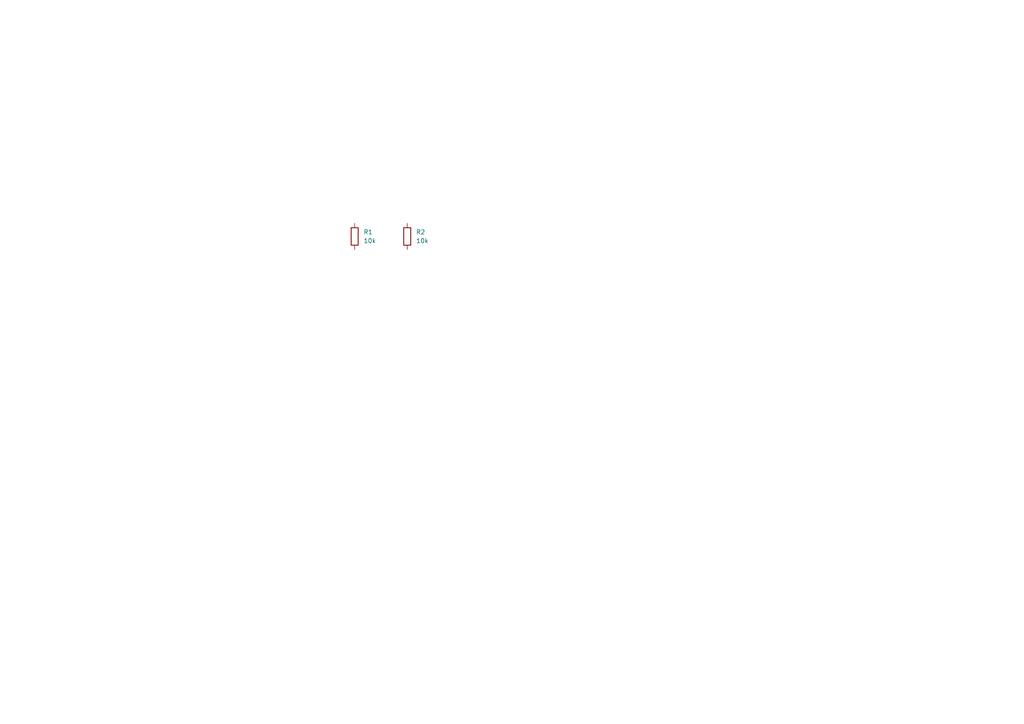
<source format=kicad_sch>
(kicad_sch (version 20250114) (generator "eeschema") (generator_version "9.0")
  (paper "A4")
  (lib_symbols
    (symbol "Device:R" (pin_numbers (hide yes)) (pin_names (offset 0))
      (property "Reference" "R" (at 2.032 0 90))
      (property "Value" "R" (at 0 0 90))
      (symbol "R_0_1"
        (rectangle (start -1.016 -2.54) (end 1.016 2.54) (stroke (width 0.254)))
      )
      (symbol "R_1_1"
        (pin passive line (at 0 3.81 270) (length 1.27) (name "~") (number "1"))
        (pin passive line (at 0 -3.81 90) (length 1.27) (name "~") (number "2"))
      )
    )
  )
  (symbol (lib_id "Device:R") (at 102.87 68.58 0) (unit 1)
    (property "Reference" "R1" (at 105.41 67.3099 0) (effects (justify left)))
    (property "Value" "10k" (at 105.41 69.8499 0) (effects (justify left)))
    (property "Footprint" "Resistor_SMD:R_0603_1608Metric" (effects (hide yes)))
    (property "Description" "Resistor" (effects (hide yes)))
  )
  (symbol (lib_id "Device:R") (at 118.11 68.58 0) (unit 1)
    (property "Reference" "R2" (at 120.65 67.3099 0) (effects (justify left)))
    (property "Value" "10k" (at 120.65 69.8499 0) (effects (justify left)))
    (property "Footprint" "Resistor_SMD:R_0603_1608Metric" (effects (hide yes)))
    (property "Description" "Resistor" (effects (hide yes)))
  )
)
</source>
